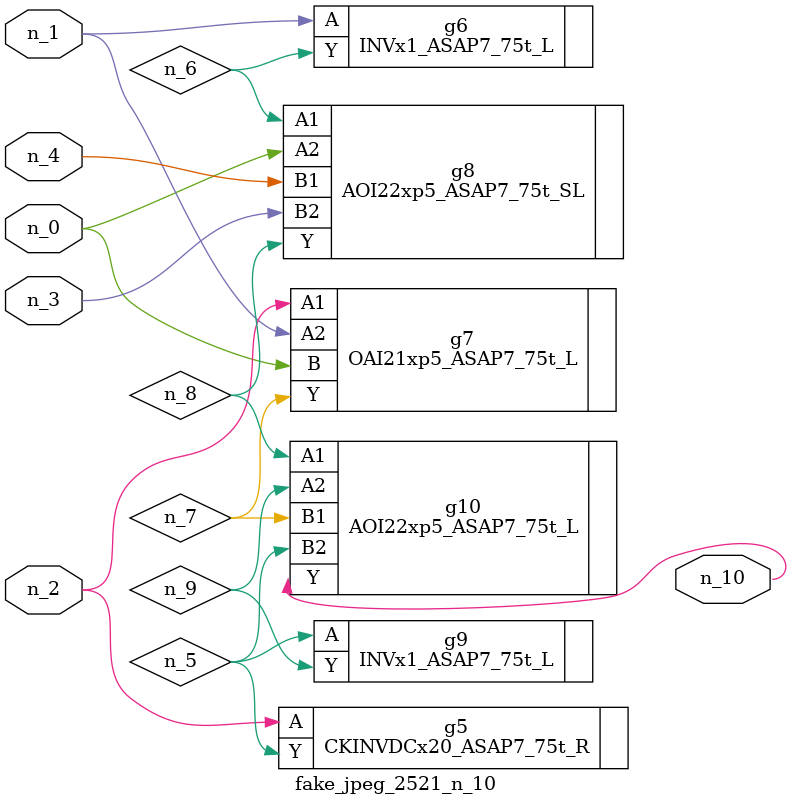
<source format=v>
module fake_jpeg_2521_n_10 (n_3, n_2, n_1, n_0, n_4, n_10);

input n_3;
input n_2;
input n_1;
input n_0;
input n_4;

output n_10;

wire n_8;
wire n_9;
wire n_6;
wire n_5;
wire n_7;

CKINVDCx20_ASAP7_75t_R g5 ( 
.A(n_2),
.Y(n_5)
);

INVx1_ASAP7_75t_L g6 ( 
.A(n_1),
.Y(n_6)
);

OAI21xp5_ASAP7_75t_L g7 ( 
.A1(n_2),
.A2(n_1),
.B(n_0),
.Y(n_7)
);

AOI22xp5_ASAP7_75t_SL g8 ( 
.A1(n_6),
.A2(n_0),
.B1(n_4),
.B2(n_3),
.Y(n_8)
);

AOI22xp5_ASAP7_75t_L g10 ( 
.A1(n_8),
.A2(n_9),
.B1(n_7),
.B2(n_5),
.Y(n_10)
);

INVx1_ASAP7_75t_L g9 ( 
.A(n_5),
.Y(n_9)
);


endmodule
</source>
